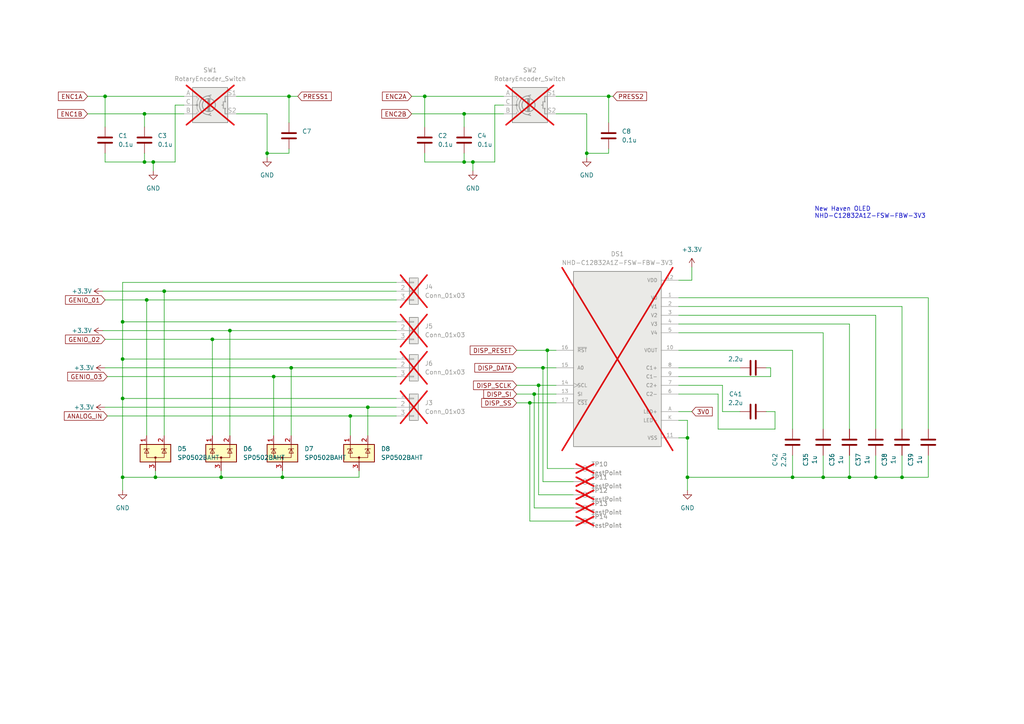
<source format=kicad_sch>
(kicad_sch (version 20231120) (generator "eeschema") (generator_version "8.0")
  (paper "A4")
  (lib_symbols
    (symbol "Connector:TestPoint" (pin_numbers hide) (pin_names (offset 0.762) hide)
      (property "Reference" "TP" (at 0 6.858 0))
      (property "Value" "TestPoint" (at 0 5.08 0))
      (symbol "TestPoint_0_1"
        (circle (center 0 3.302) (radius 0.762))
      )
      (symbol "TestPoint_1_1"
        (pin passive line (at 0 0 90) (length 2.54) (name "1") (number "1"))
      )
    )
    (symbol "Connector_Generic:Conn_01x03" (pin_names (offset 1.016) hide)
      (property "Reference" "J" (at 0 5.08 0))
      (property "Value" "Conn_01x03" (at 0 -5.08 0))
      (symbol "Conn_01x03_1_1"
        (rectangle (start -1.27 -2.413) (end 0 -2.667) (stroke (width 0.1524)))
        (rectangle (start -1.27 0.127) (end 0 -0.127) (stroke (width 0.1524)))
        (rectangle (start -1.27 2.667) (end 0 2.413) (stroke (width 0.1524)))
        (rectangle (start -1.27 3.81) (end 1.27 -3.81) (stroke (width 0.254)) (fill (type background)))
        (pin passive line (at -5.08 2.54 0) (length 3.81) (name "Pin_1") (number "1"))
        (pin passive line (at -5.08 0 0) (length 3.81) (name "Pin_2") (number "2"))
        (pin passive line (at -5.08 -2.54 0) (length 3.81) (name "Pin_3") (number "3"))
      )
    )
    (symbol "Device:C" (pin_numbers hide) (pin_names (offset 0.254))
      (property "Reference" "C" (at 0.635 2.54 0))
      (property "Value" "C" (at 0.635 -2.54 0))
      (symbol "C_0_1"
        (polyline (pts (xy -2.032 -0.762) (xy 2.032 -0.762)) (stroke (width 0.508)))
        (polyline (pts (xy -2.032 0.762) (xy 2.032 0.762)) (stroke (width 0.508)))
      )
      (symbol "C_1_1"
        (pin passive line (at 0 3.81 270) (length 2.794) (name "~") (number "1"))
        (pin passive line (at 0 -3.81 90) (length 2.794) (name "~") (number "2"))
      )
    )
    (symbol "Device:RotaryEncoder_Switch" (pin_names (offset 0.254) hide)
      (property "Reference" "SW" (at 0 6.604 0))
      (property "Value" "RotaryEncoder_Switch" (at 0 -6.604 0))
      (symbol "RotaryEncoder_Switch_0_1"
        (rectangle (start -5.08 5.08) (end 5.08 -5.08) (stroke (width 0.254)) (fill (type background)))
        (circle (center -3.81 0) (radius 0.254) (fill (type outline)))
        (circle (center -0.381 0) (radius 1.905) (stroke (width 0.254)))
        (arc (start -0.381 2.667) (mid -3.0988 -0.0635) (end -0.381 -2.794) (stroke (width 0.254)))
        (polyline (pts (xy -0.635 -1.778) (xy -0.635 1.778)) (stroke (width 0.254)))
        (polyline (pts (xy -0.381 -1.778) (xy -0.381 1.778)) (stroke (width 0.254)))
        (polyline (pts (xy -0.127 1.778) (xy -0.127 -1.778)) (stroke (width 0.254)))
        (polyline (pts (xy 3.81 0) (xy 3.429 0)) (stroke (width 0.254)))
        (polyline (pts (xy 3.81 1.016) (xy 3.81 -1.016)) (stroke (width 0.254)))
        (polyline (pts (xy -5.08 -2.54) (xy -3.81 -2.54) (xy -3.81 -2.032)))
        (polyline (pts (xy -5.08 2.54) (xy -3.81 2.54) (xy -3.81 2.032)))
        (polyline (pts (xy 0.254 -3.048) (xy -0.508 -2.794) (xy 0.127 -2.413)) (stroke (width 0.254)))
        (polyline (pts (xy 0.254 2.921) (xy -0.508 2.667) (xy 0.127 2.286)) (stroke (width 0.254)))
        (polyline (pts (xy 5.08 -2.54) (xy 4.318 -2.54) (xy 4.318 -1.016)) (stroke (width 0.254)))
        (polyline (pts (xy 5.08 2.54) (xy 4.318 2.54) (xy 4.318 1.016)) (stroke (width 0.254)))
        (polyline (pts (xy -5.08 0) (xy -3.81 0) (xy -3.81 -1.016) (xy -3.302 -2.032)))
        (polyline (pts (xy -4.318 0) (xy -3.81 0) (xy -3.81 1.016) (xy -3.302 2.032)))
        (circle (center 4.318 -1.016) (radius 0.127) (stroke (width 0.254)))
        (circle (center 4.318 1.016) (radius 0.127) (stroke (width 0.254)))
      )
      (symbol "RotaryEncoder_Switch_1_1"
        (pin passive line (at -7.62 2.54 0) (length 2.54) (name "A") (number "A"))
        (pin passive line (at -7.62 -2.54 0) (length 2.54) (name "B") (number "B"))
        (pin passive line (at -7.62 0 0) (length 2.54) (name "C") (number "C"))
        (pin passive line (at 7.62 2.54 180) (length 2.54) (name "S1") (number "S1"))
        (pin passive line (at 7.62 -2.54 180) (length 2.54) (name "S2") (number "S2"))
      )
    )
    (symbol "General:NHD-C12832A1Z-FSW-FBW-3V3" (pin_names (offset 1.016))
      (property "Reference" "DS" (at -12.7 26.162 0))
      (property "Value" "NHD-C12832A1Z-FSW-FBW-3V3" (at -12.7 -27.94 0))
      (symbol "NHD-C12832A1Z-FSW-FBW-3V3_0_0"
        (rectangle (start -12.7 -25.4) (end 12.7 25.4) (stroke (width 0.254)) (fill (type background)))
        (pin power_in line (at 17.78 17.78 180) (length 5.08) (name "V0") (number "1"))
        (pin output line (at 17.78 2.54 180) (length 5.08) (name "VOUT") (number "10"))
        (pin power_in line (at 17.78 -22.86 180) (length 5.08) (name "VSS") (number "11"))
        (pin power_in line (at 17.78 22.86 180) (length 5.08) (name "VDD") (number "12"))
        (pin bidirectional line (at -17.78 -10.16 0) (length 5.08) (name "SI") (number "13"))
        (pin input clock (at -17.78 -7.62 0) (length 5.08) (name "SCL") (number "14"))
        (pin input line (at -17.78 -2.54 0) (length 5.08) (name "A0") (number "15"))
        (pin input line (at -17.78 2.54 0) (length 5.08) (name "~{RST}") (number "16"))
        (pin input line (at -17.78 -12.7 0) (length 5.08) (name "~{CS1}") (number "17"))
        (pin power_in line (at 17.78 15.24 180) (length 5.08) (name "V1") (number "2"))
        (pin power_in line (at 17.78 12.7 180) (length 5.08) (name "V2") (number "3"))
        (pin power_in line (at 17.78 10.16 180) (length 5.08) (name "V3") (number "4"))
        (pin power_in line (at 17.78 7.62 180) (length 5.08) (name "V4") (number "5"))
        (pin passive line (at 17.78 -10.16 180) (length 5.08) (name "C2-") (number "6"))
        (pin passive line (at 17.78 -7.62 180) (length 5.08) (name "C2+") (number "7"))
        (pin passive line (at 17.78 -2.54 180) (length 5.08) (name "C1+") (number "8"))
        (pin passive line (at 17.78 -5.08 180) (length 5.08) (name "C1-") (number "9"))
        (pin passive line (at 17.78 -15.24 180) (length 5.08) (name "LED+") (number "A"))
        (pin passive line (at 17.78 -17.78 180) (length 5.08) (name "LED-") (number "K"))
      )
    )
    (symbol "Power_Protection:SP0502BAHT" (pin_names hide)
      (property "Reference" "D" (at 5.715 2.54 0))
      (property "Value" "SP0502BAHT" (at 5.715 0.635 0))
      (symbol "SP0502BAHT_0_0"
        (pin passive line (at 0 -5.08 90) (length 2.54) (name "A") (number "3"))
      )
      (symbol "SP0502BAHT_0_1"
        (rectangle (start -4.445 2.54) (end 4.445 -2.54) (stroke (width 0.254)) (fill (type background)))
        (circle (center 0 -1.27) (radius 0.254) (fill (type outline)))
        (polyline (pts (xy -2.54 2.54) (xy -2.54 1.27)))
        (polyline (pts (xy 0 -1.27) (xy 0 -2.54)))
        (polyline (pts (xy 2.54 2.54) (xy 2.54 1.27)))
        (polyline (pts (xy -3.302 1.016) (xy -3.302 1.27) (xy -1.905 1.27) (xy -1.778 1.27)))
        (polyline (pts (xy -2.54 1.27) (xy -2.54 -1.27) (xy 2.54 -1.27) (xy 2.54 1.27)))
        (polyline (pts (xy -2.54 1.27) (xy -1.905 0) (xy -3.175 0) (xy -2.54 1.27)))
        (polyline (pts (xy 1.778 1.016) (xy 1.778 1.27) (xy 3.175 1.27) (xy 3.302 1.27)))
        (polyline (pts (xy 2.54 1.27) (xy 1.905 0) (xy 3.175 0) (xy 2.54 1.27)))
      )
      (symbol "SP0502BAHT_1_1"
        (pin passive line (at -2.54 5.08 270) (length 2.54) (name "K") (number "1"))
        (pin passive line (at 2.54 5.08 270) (length 2.54) (name "K") (number "2"))
      )
    )
    (symbol "power:+3.3V" (power) (pin_names (offset 0))
      (property "Value" "+3.3V" (at 0 3.556 0))
      (symbol "+3.3V_0_1"
        (polyline (pts (xy -0.762 1.27) (xy 0 2.54)))
        (polyline (pts (xy 0 0) (xy 0 2.54)))
        (polyline (pts (xy 0 2.54) (xy 0.762 1.27)))
      )
      (symbol "+3.3V_1_1"
        (pin power_in line (at 0 0 90) (length 0) hide (name "+3.3V") (number "1"))
      )
    )
    (symbol "power:GND" (power) (pin_names (offset 0))
      (property "Value" "GND" (at 0 -3.81 0))
      (symbol "GND_0_1"
        (polyline (pts (xy 0 0) (xy 0 -1.27) (xy 1.27 -1.27) (xy 0 -2.54) (xy -1.27 -1.27) (xy 0 -1.27)))
      )
      (symbol "GND_1_1"
        (pin power_in line (at 0 0 270) (length 0) hide (name "GND") (number "1"))
      )
    )
  )
  (junction (at 35.56 104.14))
  (junction (at 77.47 44.45))
  (junction (at 41.91 46.99))
  (junction (at 66.675 95.885))
  (junction (at 35.56 93.345))
  (junction (at 156.21 111.76))
  (junction (at 123.19 27.94))
  (junction (at 176.53 27.94))
  (junction (at 45.085 138.43))
  (junction (at 134.62 33.02))
  (junction (at 199.39 138.43))
  (junction (at 30.48 27.94))
  (junction (at 246.38 138.43))
  (junction (at 47.625 84.455))
  (junction (at 83.82 27.94))
  (junction (at 35.56 115.57))
  (junction (at 101.6 120.65))
  (junction (at 64.135 138.43))
  (junction (at 137.16 46.99))
  (junction (at 44.45 46.99))
  (junction (at 154.94 114.3))
  (junction (at 81.915 138.43))
  (junction (at 238.76 138.43))
  (junction (at 229.87 138.43))
  (junction (at 41.91 33.02))
  (junction (at 254 138.43))
  (junction (at 106.68 118.11))
  (junction (at 153.67 116.84))
  (junction (at 35.56 138.43))
  (junction (at 158.75 101.6))
  (junction (at 61.595 98.425))
  (junction (at 199.39 127))
  (junction (at 79.375 109.22))
  (junction (at 134.62 46.99))
  (junction (at 157.48 106.68))
  (junction (at 170.18 44.45))
  (junction (at 84.455 106.68))
  (junction (at 42.545 86.995))
  (junction (at 261.62 138.43))
  (wire (pts (xy 269.24 138.43) (xy 261.62 138.43)))
  (wire (pts (xy 68.58 27.94) (xy 83.82 27.94)))
  (wire (pts (xy 246.38 132.08) (xy 246.38 138.43)))
  (wire (pts (xy 261.62 88.9) (xy 261.62 124.46)))
  (wire (pts (xy 83.82 27.94) (xy 83.82 35.56)))
  (wire (pts (xy 64.135 138.43) (xy 45.085 138.43)))
  (wire (pts (xy 199.39 127) (xy 199.39 138.43)))
  (wire (pts (xy 161.29 33.02) (xy 170.18 33.02)))
  (wire (pts (xy 149.86 111.76) (xy 156.21 111.76)))
  (wire (pts (xy 50.8 30.48) (xy 50.8 46.99)))
  (wire (pts (xy 156.21 111.76) (xy 161.29 111.76)))
  (wire (pts (xy 196.85 121.92) (xy 199.39 121.92)))
  (wire (pts (xy 146.05 30.48) (xy 143.51 30.48)))
  (wire (pts (xy 143.51 30.48) (xy 143.51 46.99)))
  (wire (pts (xy 81.915 136.525) (xy 81.915 138.43)))
  (wire (pts (xy 238.76 96.52) (xy 238.76 124.46)))
  (wire (pts (xy 68.58 33.02) (xy 77.47 33.02)))
  (wire (pts (xy 196.85 86.36) (xy 269.24 86.36)))
  (wire (pts (xy 106.68 118.11) (xy 114.935 118.11)))
  (wire (pts (xy 30.48 27.94) (xy 53.34 27.94)))
  (wire (pts (xy 123.19 27.94) (xy 123.19 36.83)))
  (wire (pts (xy 223.52 106.68) (xy 222.25 106.68)))
  (wire (pts (xy 261.62 138.43) (xy 254 138.43)))
  (wire (pts (xy 64.135 136.525) (xy 64.135 138.43)))
  (wire (pts (xy 41.91 44.45) (xy 41.91 46.99)))
  (wire (pts (xy 77.47 44.45) (xy 77.47 45.72)))
  (wire (pts (xy 83.82 43.18) (xy 83.82 44.45)))
  (wire (pts (xy 143.51 46.99) (xy 137.16 46.99)))
  (wire (pts (xy 196.85 88.9) (xy 261.62 88.9)))
  (wire (pts (xy 41.91 46.99) (xy 44.45 46.99)))
  (wire (pts (xy 30.48 86.995) (xy 42.545 86.995)))
  (wire (pts (xy 254 138.43) (xy 246.38 138.43)))
  (wire (pts (xy 35.56 115.57) (xy 35.56 138.43)))
  (wire (pts (xy 25.4 27.94) (xy 30.48 27.94)))
  (wire (pts (xy 137.16 46.99) (xy 137.16 49.53)))
  (wire (pts (xy 83.82 44.45) (xy 77.47 44.45)))
  (wire (pts (xy 170.18 33.02) (xy 170.18 44.45)))
  (wire (pts (xy 176.53 43.18) (xy 176.53 44.45)))
  (wire (pts (xy 104.14 138.43) (xy 81.915 138.43)))
  (wire (pts (xy 61.595 98.425) (xy 61.595 126.365)))
  (wire (pts (xy 30.48 118.11) (xy 106.68 118.11)))
  (wire (pts (xy 134.62 46.99) (xy 137.16 46.99)))
  (wire (pts (xy 157.48 139.7) (xy 157.48 106.68)))
  (wire (pts (xy 25.4 33.02) (xy 41.91 33.02)))
  (wire (pts (xy 196.85 119.38) (xy 200.66 119.38)))
  (wire (pts (xy 30.48 106.68) (xy 84.455 106.68)))
  (wire (pts (xy 196.85 111.76) (xy 209.55 111.76)))
  (wire (pts (xy 196.85 101.6) (xy 229.87 101.6)))
  (wire (pts (xy 149.86 106.68) (xy 157.48 106.68)))
  (wire (pts (xy 41.91 33.02) (xy 53.34 33.02)))
  (wire (pts (xy 246.38 138.43) (xy 238.76 138.43)))
  (wire (pts (xy 35.56 104.14) (xy 35.56 115.57)))
  (wire (pts (xy 166.37 135.89) (xy 158.75 135.89)))
  (wire (pts (xy 50.8 46.99) (xy 44.45 46.99)))
  (wire (pts (xy 66.675 95.885) (xy 66.675 126.365)))
  (wire (pts (xy 224.79 119.38) (xy 224.79 124.46)))
  (wire (pts (xy 200.66 77.47) (xy 200.66 81.28)))
  (wire (pts (xy 30.48 98.425) (xy 61.595 98.425)))
  (wire (pts (xy 149.86 101.6) (xy 158.75 101.6)))
  (wire (pts (xy 42.545 86.995) (xy 114.935 86.995)))
  (wire (pts (xy 45.085 136.525) (xy 45.085 138.43)))
  (wire (pts (xy 42.545 86.995) (xy 42.545 126.365)))
  (wire (pts (xy 254 132.08) (xy 254 138.43)))
  (wire (pts (xy 123.19 44.45) (xy 123.19 46.99)))
  (wire (pts (xy 101.6 120.65) (xy 101.6 126.365)))
  (wire (pts (xy 84.455 106.68) (xy 84.455 126.365)))
  (wire (pts (xy 35.56 138.43) (xy 35.56 142.24)))
  (wire (pts (xy 223.52 109.22) (xy 223.52 106.68)))
  (wire (pts (xy 196.85 96.52) (xy 238.76 96.52)))
  (wire (pts (xy 47.625 84.455) (xy 47.625 126.365)))
  (wire (pts (xy 101.6 120.65) (xy 114.935 120.65)))
  (wire (pts (xy 53.34 30.48) (xy 50.8 30.48)))
  (wire (pts (xy 31.115 120.65) (xy 101.6 120.65)))
  (wire (pts (xy 79.375 109.22) (xy 79.375 126.365)))
  (wire (pts (xy 229.87 138.43) (xy 199.39 138.43)))
  (wire (pts (xy 161.29 27.94) (xy 176.53 27.94)))
  (wire (pts (xy 166.37 151.13) (xy 153.67 151.13)))
  (wire (pts (xy 30.48 44.45) (xy 30.48 46.99)))
  (wire (pts (xy 35.56 104.14) (xy 114.935 104.14)))
  (wire (pts (xy 47.625 84.455) (xy 114.935 84.455)))
  (wire (pts (xy 154.94 114.3) (xy 161.29 114.3)))
  (wire (pts (xy 104.14 136.525) (xy 104.14 138.43)))
  (wire (pts (xy 149.86 114.3) (xy 154.94 114.3)))
  (wire (pts (xy 83.82 27.94) (xy 86.36 27.94)))
  (wire (pts (xy 134.62 44.45) (xy 134.62 46.99)))
  (wire (pts (xy 224.79 119.38) (xy 222.25 119.38)))
  (wire (pts (xy 238.76 138.43) (xy 229.87 138.43)))
  (wire (pts (xy 84.455 106.68) (xy 114.935 106.68)))
  (wire (pts (xy 119.38 33.02) (xy 134.62 33.02)))
  (wire (pts (xy 209.55 119.38) (xy 214.63 119.38)))
  (wire (pts (xy 208.28 114.3) (xy 208.28 124.46)))
  (wire (pts (xy 106.68 118.11) (xy 106.68 126.365)))
  (wire (pts (xy 157.48 106.68) (xy 161.29 106.68)))
  (wire (pts (xy 166.37 139.7) (xy 157.48 139.7)))
  (wire (pts (xy 66.675 95.885) (xy 114.935 95.885)))
  (wire (pts (xy 196.85 93.98) (xy 246.38 93.98)))
  (wire (pts (xy 35.56 81.915) (xy 35.56 93.345)))
  (wire (pts (xy 196.85 81.28) (xy 200.66 81.28)))
  (wire (pts (xy 176.53 44.45) (xy 170.18 44.45)))
  (wire (pts (xy 44.45 46.99) (xy 44.45 49.53)))
  (wire (pts (xy 123.19 27.94) (xy 146.05 27.94)))
  (wire (pts (xy 29.845 95.885) (xy 66.675 95.885)))
  (wire (pts (xy 81.915 138.43) (xy 64.135 138.43)))
  (wire (pts (xy 238.76 132.08) (xy 238.76 138.43)))
  (wire (pts (xy 79.375 109.22) (xy 114.935 109.22)))
  (wire (pts (xy 196.85 91.44) (xy 254 91.44)))
  (wire (pts (xy 30.48 36.83) (xy 30.48 27.94)))
  (wire (pts (xy 149.86 116.84) (xy 153.67 116.84)))
  (wire (pts (xy 176.53 27.94) (xy 177.8 27.94)))
  (wire (pts (xy 269.24 86.36) (xy 269.24 124.46)))
  (wire (pts (xy 261.62 132.08) (xy 261.62 138.43)))
  (wire (pts (xy 166.37 143.51) (xy 156.21 143.51)))
  (wire (pts (xy 229.87 101.6) (xy 229.87 124.46)))
  (wire (pts (xy 158.75 135.89) (xy 158.75 101.6)))
  (wire (pts (xy 35.56 93.345) (xy 35.56 104.14)))
  (wire (pts (xy 156.21 143.51) (xy 156.21 111.76)))
  (wire (pts (xy 35.56 138.43) (xy 45.085 138.43)))
  (wire (pts (xy 158.75 101.6) (xy 161.29 101.6)))
  (wire (pts (xy 199.39 138.43) (xy 199.39 142.24)))
  (wire (pts (xy 269.24 132.08) (xy 269.24 138.43)))
  (wire (pts (xy 246.38 93.98) (xy 246.38 124.46)))
  (wire (pts (xy 153.67 151.13) (xy 153.67 116.84)))
  (wire (pts (xy 166.37 147.32) (xy 154.94 147.32)))
  (wire (pts (xy 35.56 93.345) (xy 114.935 93.345)))
  (wire (pts (xy 208.28 124.46) (xy 224.79 124.46)))
  (wire (pts (xy 41.91 33.02) (xy 41.91 36.83)))
  (wire (pts (xy 170.18 44.45) (xy 170.18 45.72)))
  (wire (pts (xy 77.47 33.02) (xy 77.47 44.45)))
  (wire (pts (xy 30.48 46.99) (xy 41.91 46.99)))
  (wire (pts (xy 153.67 116.84) (xy 161.29 116.84)))
  (wire (pts (xy 229.87 132.08) (xy 229.87 138.43)))
  (wire (pts (xy 119.38 27.94) (xy 123.19 27.94)))
  (wire (pts (xy 134.62 33.02) (xy 134.62 36.83)))
  (wire (pts (xy 61.595 98.425) (xy 114.935 98.425)))
  (wire (pts (xy 196.85 109.22) (xy 223.52 109.22)))
  (wire (pts (xy 35.56 115.57) (xy 114.935 115.57)))
  (wire (pts (xy 154.94 147.32) (xy 154.94 114.3)))
  (wire (pts (xy 134.62 33.02) (xy 146.05 33.02)))
  (wire (pts (xy 31.115 109.22) (xy 79.375 109.22)))
  (wire (pts (xy 199.39 121.92) (xy 199.39 127)))
  (wire (pts (xy 196.85 127) (xy 199.39 127)))
  (wire (pts (xy 196.85 106.68) (xy 214.63 106.68)))
  (wire (pts (xy 209.55 111.76) (xy 209.55 119.38)))
  (wire (pts (xy 254 91.44) (xy 254 124.46)))
  (wire (pts (xy 29.845 84.455) (xy 47.625 84.455)))
  (wire (pts (xy 196.85 114.3) (xy 208.28 114.3)))
  (wire (pts (xy 123.19 46.99) (xy 134.62 46.99)))
  (wire (pts (xy 114.935 81.915) (xy 35.56 81.915)))
  (wire (pts (xy 176.53 27.94) (xy 176.53 35.56)))
  (text "New Haven OLED\nNHD-C12832A1Z-FSW-FBW-3V3\n" (at 236.22 63.5 0) (effects (font (size 1.27 1.27)) (justify left bottom)))
  (global_label "3V0" (shape input) (at 200.66 119.38 0) (property "Intersheetrefs" "${INTERSHEET_REFS}" (effects (hide yes))))
  (global_label "ENC1B" (shape input) (at 25.4 33.02 180) (property "Intersheetrefs" "${INTERSHEET_REFS}" (effects (hide yes))))
  (global_label "GENIO_02" (shape input) (at 30.48 98.425 180) (property "Intersheetrefs" "${INTERSHEET_REFS}" (effects (hide yes))))
  (global_label "DISP_SS" (shape input) (at 149.86 116.84 180) (property "Intersheetrefs" "${INTERSHEET_REFS}" (effects (hide yes))))
  (global_label "DISP_RESET" (shape input) (at 149.86 101.6 180) (property "Intersheetrefs" "${INTERSHEET_REFS}" (effects (hide yes))))
  (global_label "GENIO_03" (shape input) (at 31.115 109.22 180) (property "Intersheetrefs" "${INTERSHEET_REFS}" (effects (hide yes))))
  (global_label "ENC2B" (shape input) (at 119.38 33.02 180) (property "Intersheetrefs" "${INTERSHEET_REFS}" (effects (hide yes))))
  (global_label "ANALOG_IN" (shape input) (at 31.115 120.65 180) (property "Intersheetrefs" "${INTERSHEET_REFS}" (effects (hide yes))))
  (global_label "DISP_SCLK" (shape input) (at 149.86 111.76 180) (property "Intersheetrefs" "${INTERSHEET_REFS}" (effects (hide yes))))
  (global_label "GENIO_01" (shape input) (at 30.48 86.995 180) (property "Intersheetrefs" "${INTERSHEET_REFS}" (effects (hide yes))))
  (global_label "ENC1A" (shape input) (at 25.4 27.94 180) (property "Intersheetrefs" "${INTERSHEET_REFS}" (effects (hide yes))))
  (global_label "PRESS1" (shape input) (at 86.36 27.94 0) (property "Intersheetrefs" "${INTERSHEET_REFS}" (effects (hide yes))))
  (global_label "ENC2A" (shape input) (at 119.38 27.94 180) (property "Intersheetrefs" "${INTERSHEET_REFS}" (effects (hide yes))))
  (global_label "DISP_SI" (shape input) (at 149.86 114.3 180) (property "Intersheetrefs" "${INTERSHEET_REFS}" (effects (hide yes))))
  (global_label "PRESS2" (shape input) (at 177.8 27.94 0) (property "Intersheetrefs" "${INTERSHEET_REFS}" (effects (hide yes))))
  (global_label "DISP_DATA" (shape input) (at 149.86 106.68 180) (property "Intersheetrefs" "${INTERSHEET_REFS}" (effects (hide yes))))
  (symbol (lib_id "Device:C") (at 41.91 40.64 0) (unit 1)
    (property "Reference" "C3" (at 45.72 39.37 0) (effects (justify left)))
    (property "Value" "0.1u" (at 45.72 41.91 0) (effects (justify left)))
    (property "Footprint" "Capacitor_SMD:C_0402_1005Metric" (effects (hide yes)))
    (property "JLCPCB" "C1525" (effects (hide yes)))
    (instances (project "FlightSimKnobs" (path "" (reference "C3") (unit 1))) (project "FRCMotorTester" (path "" (reference "C30") (unit 1))))
  )
  (symbol (lib_id "Device:C") (at 218.44 106.68 90) (unit 1)
    (property "Reference" "C40" (effects (hide yes)))
    (property "Value" "2.2u" (at 213.36 104.14 90))
    (property "Footprint" "Capacitor_SMD:C_0603_1608Metric" (effects (hide yes)))
    (property "JLCPCB" "C23630" (effects (hide yes)))
  )
  (symbol (lib_id "Connector:TestPoint") (at 166.37 143.51 270) (unit 1) (dnp yes)
    (property "Reference" "TP12" (at 171.45 142.24 90) (effects (justify left)))
    (property "Value" "TestPoint" (at 171.45 144.78 90) (effects (justify left)))
    (property "Footprint" "TestPoint:TestPoint_Pad_D1.0mm" (effects (hide yes)))
  )
  (symbol (lib_id "Device:C") (at 254 128.27 180) (unit 1)
    (property "Reference" "C37" (at 248.92 133.35 90))
    (property "Value" "1u" (at 251.46 133.35 90))
    (property "Footprint" "Capacitor_SMD:C_0402_1005Metric" (effects (hide yes)))
  )
  (symbol (lib_id "Connector_Generic:Conn_01x03") (at 120.015 95.885 0) (unit 1) (dnp yes)
    (property "Reference" "J5" (at 123.19 94.615 0) (effects (justify left)))
    (property "Value" "Conn_01x03" (at 123.19 97.155 0) (effects (justify left)))
    (property "Footprint" "Connector_PinSocket_2.54mm:PinSocket_1x03_P2.54mm_Vertical" (effects (hide yes)))
  )
  (symbol (lib_id "power:GND") (at 77.47 45.72 0) (unit 1)
    (property "Reference" "#PWR05" (effects (hide yes)))
    (property "Value" "GND" (at 77.47 50.8 0))
    (instances (project "FlightSimKnobs" (path "" (reference "#PWR05") (unit 1))) (project "FRCMotorTester" (path "" (reference "#PWR040") (unit 1))))
  )
  (symbol (lib_id "Connector_Generic:Conn_01x03") (at 120.015 118.11 0) (unit 1) (dnp yes)
    (property "Reference" "J3" (at 123.19 116.84 0) (effects (justify left)))
    (property "Value" "Conn_01x03" (at 123.19 119.38 0) (effects (justify left)))
    (property "Footprint" "Connector_PinSocket_2.54mm:PinSocket_1x03_P2.54mm_Vertical" (effects (hide yes)))
  )
  (symbol (lib_id "Power_Protection:SP0502BAHT") (at 64.135 131.445 0) (unit 1)
    (property "Reference" "D6" (at 70.485 130.175 0) (effects (justify left)))
    (property "Value" "SP0502BAHT" (at 70.485 132.715 0) (effects (justify left)))
    (property "Footprint" "Package_TO_SOT_SMD:SOT-23" (effects (hide yes)))
    (property "Datasheet" "http://www.littelfuse.com/~/media/files/littelfuse/technical%20resources/documents/data%20sheets/sp05xxba.pdf" (effects (hide yes)))
    (property "JLCPCB" "C32677" (effects (hide yes)))
  )
  (symbol (lib_id "power:+3.3V") (at 200.66 77.47 0) (unit 1)
    (property "Reference" "#PWR044" (effects (hide yes)))
    (property "Value" "+3.3V" (at 200.66 72.39 0))
  )
  (symbol (lib_id "power:GND") (at 199.39 142.24 0) (unit 1)
    (property "Reference" "#PWR045" (effects (hide yes)))
    (property "Value" "GND" (at 199.39 147.32 0))
  )
  (symbol (lib_id "Connector:TestPoint") (at 166.37 139.7 270) (unit 1) (dnp yes)
    (property "Reference" "TP11" (at 171.45 138.43 90) (effects (justify left)))
    (property "Value" "TestPoint" (at 171.45 140.97 90) (effects (justify left)))
    (property "Footprint" "TestPoint:TestPoint_Pad_D1.0mm" (effects (hide yes)))
  )
  (symbol (lib_id "Device:C") (at 176.53 39.37 0) (unit 1)
    (property "Reference" "C8" (at 180.34 38.1 0) (effects (justify left)))
    (property "Value" "0.1u" (at 180.34 40.64 0) (effects (justify left)))
    (property "Footprint" "Capacitor_SMD:C_0402_1005Metric" (effects (hide yes)))
    (property "JLCPCB" "C1525" (effects (hide yes)))
    (instances (project "FlightSimKnobs" (path "" (reference "C8") (unit 1))) (project "FRCMotorTester" (path "" (reference "C34") (unit 1))))
  )
  (symbol (lib_id "power:+3.3V") (at 30.48 118.11 90) (unit 1)
    (property "Reference" "#PWR046" (effects (hide yes)))
    (property "Value" "+3.3V" (at 27.305 118.11 90) (effects (justify left)))
  )
  (symbol (lib_id "Device:C") (at 30.48 40.64 0) (unit 1)
    (property "Reference" "C1" (at 34.29 39.37 0) (effects (justify left)))
    (property "Value" "0.1u" (at 34.29 41.91 0) (effects (justify left)))
    (property "Footprint" "Capacitor_SMD:C_0402_1005Metric" (effects (hide yes)))
    (property "JLCPCB" "C1525" (effects (hide yes)))
    (instances (project "FlightSimKnobs" (path "" (reference "C1") (unit 1))) (project "FRCMotorTester" (path "" (reference "C29") (unit 1))))
  )
  (symbol (lib_id "Power_Protection:SP0502BAHT") (at 45.085 131.445 0) (unit 1)
    (property "Reference" "D5" (at 51.435 130.175 0) (effects (justify left)))
    (property "Value" "SP0502BAHT" (at 51.435 132.715 0) (effects (justify left)))
    (property "Footprint" "Package_TO_SOT_SMD:SOT-23" (effects (hide yes)))
    (property "Datasheet" "http://www.littelfuse.com/~/media/files/littelfuse/technical%20resources/documents/data%20sheets/sp05xxba.pdf" (effects (hide yes)))
    (property "JLCPCB" "C32677" (effects (hide yes)))
  )
  (symbol (lib_id "Device:C") (at 134.62 40.64 0) (unit 1)
    (property "Reference" "C4" (at 138.43 39.37 0) (effects (justify left)))
    (property "Value" "0.1u" (at 138.43 41.91 0) (effects (justify left)))
    (property "Footprint" "Capacitor_SMD:C_0402_1005Metric" (effects (hide yes)))
    (property "JLCPCB" "C1525" (effects (hide yes)))
    (instances (project "FlightSimKnobs" (path "" (reference "C4") (unit 1))) (project "FRCMotorTester" (path "" (reference "C33") (unit 1))))
  )
  (symbol (lib_id "power:GND") (at 170.18 45.72 0) (unit 1)
    (property "Reference" "#PWR06" (effects (hide yes)))
    (property "Value" "GND" (at 170.18 50.8 0))
    (instances (project "FlightSimKnobs" (path "" (reference "#PWR06") (unit 1))) (project "FRCMotorTester" (path "" (reference "#PWR042") (unit 1))))
  )
  (symbol (lib_id "Device:C") (at 238.76 128.27 180) (unit 1)
    (property "Reference" "C35" (at 233.68 133.35 90))
    (property "Value" "1u" (at 236.22 133.35 90))
    (property "Footprint" "Capacitor_SMD:C_0402_1005Metric" (effects (hide yes)))
  )
  (symbol (lib_id "Device:C") (at 218.44 119.38 90) (unit 1)
    (property "Reference" "C41" (at 213.36 114.3 90))
    (property "Value" "2.2u" (at 213.36 116.84 90))
    (property "Footprint" "Capacitor_SMD:C_0603_1608Metric" (effects (hide yes)))
    (property "JLCPCB" "C23630" (effects (hide yes)))
  )
  (symbol (lib_id "Connector:TestPoint") (at 166.37 151.13 270) (unit 1) (dnp yes)
    (property "Reference" "TP14" (at 171.45 149.86 90) (effects (justify left)))
    (property "Value" "TestPoint" (at 171.45 152.4 90) (effects (justify left)))
    (property "Footprint" "TestPoint:TestPoint_Pad_D1.0mm" (effects (hide yes)))
  )
  (symbol (lib_id "Device:RotaryEncoder_Switch") (at 60.96 30.48 0) (unit 1) (dnp yes)
    (property "Reference" "SW1" (at 60.96 20.32 0))
    (property "Value" "RotaryEncoder_Switch" (at 60.96 22.86 0))
    (property "Footprint" "Rotary_Encoder:RotaryEncoder_Alps_EC11E-Switch_Vertical_H20mm" (effects (hide yes)))
    (property "Digikey" "987-1195-ND" (effects (hide yes)))
    (instances (project "FlightSimKnobs" (path "" (reference "SW1") (unit 1))) (project "FRCMotorTester" (path "" (reference "SW2") (unit 1))))
  )
  (symbol (lib_id "power:GND") (at 44.45 49.53 0) (unit 1)
    (property "Reference" "#PWR03" (effects (hide yes)))
    (property "Value" "GND" (at 44.45 54.61 0))
    (instances (project "FlightSimKnobs" (path "" (reference "#PWR03") (unit 1))) (project "FRCMotorTester" (path "" (reference "#PWR039") (unit 1))))
  )
  (symbol (lib_id "Power_Protection:SP0502BAHT") (at 81.915 131.445 0) (unit 1)
    (property "Reference" "D7" (at 88.265 130.175 0) (effects (justify left)))
    (property "Value" "SP0502BAHT" (at 88.265 132.715 0) (effects (justify left)))
    (property "Footprint" "Package_TO_SOT_SMD:SOT-23" (effects (hide yes)))
    (property "Datasheet" "http://www.littelfuse.com/~/media/files/littelfuse/technical%20resources/documents/data%20sheets/sp05xxba.pdf" (effects (hide yes)))
    (property "JLCPCB" "C32677" (effects (hide yes)))
  )
  (symbol (lib_id "power:+3.3V") (at 29.845 95.885 90) (unit 1)
    (property "Reference" "#PWR048" (effects (hide yes)))
    (property "Value" "+3.3V" (at 26.67 95.885 90) (effects (justify left)))
  )
  (symbol (lib_id "Device:C") (at 83.82 39.37 0) (unit 1)
    (property "Reference" "C7" (at 87.63 38.1 0) (effects (justify left)))
    (property "Value" "0.1u" (effects (hide yes)))
    (property "Footprint" "Capacitor_SMD:C_0402_1005Metric" (effects (hide yes)))
    (property "JLCPCB" "C1525" (effects (hide yes)))
    (instances (project "FlightSimKnobs" (path "" (reference "C7") (unit 1))) (project "FRCMotorTester" (path "" (reference "C31") (unit 1))))
  )
  (symbol (lib_id "power:+3.3V") (at 29.845 84.455 90) (unit 1)
    (property "Reference" "#PWR047" (effects (hide yes)))
    (property "Value" "+3.3V" (at 26.67 84.455 90) (effects (justify left)))
  )
  (symbol (lib_id "Device:C") (at 123.19 40.64 0) (unit 1)
    (property "Reference" "C2" (at 127 39.37 0) (effects (justify left)))
    (property "Value" "0.1u" (at 127 41.91 0) (effects (justify left)))
    (property "Footprint" "Capacitor_SMD:C_0402_1005Metric" (effects (hide yes)))
    (property "JLCPCB" "C1525" (effects (hide yes)))
    (instances (project "FlightSimKnobs" (path "" (reference "C2") (unit 1))) (project "FRCMotorTester" (path "" (reference "C32") (unit 1))))
  )
  (symbol (lib_id "Connector:TestPoint") (at 166.37 147.32 270) (unit 1) (dnp yes)
    (property "Reference" "TP13" (at 171.45 146.05 90) (effects (justify left)))
    (property "Value" "TestPoint" (at 171.45 148.59 90) (effects (justify left)))
    (property "Footprint" "TestPoint:TestPoint_Pad_D1.0mm" (effects (hide yes)))
  )
  (symbol (lib_id "power:GND") (at 35.56 142.24 0) (unit 1)
    (property "Reference" "#PWR050" (effects (hide yes)))
    (property "Value" "GND" (at 35.56 147.32 0))
  )
  (symbol (lib_id "power:GND") (at 137.16 49.53 0) (unit 1)
    (property "Reference" "#PWR04" (effects (hide yes)))
    (property "Value" "GND" (at 137.16 54.61 0))
    (instances (project "FlightSimKnobs" (path "" (reference "#PWR04") (unit 1))) (project "FRCMotorTester" (path "" (reference "#PWR041") (unit 1))))
  )
  (symbol (lib_id "Device:RotaryEncoder_Switch") (at 153.67 30.48 0) (unit 1) (dnp yes)
    (property "Reference" "SW2" (at 153.67 20.32 0))
    (property "Value" "RotaryEncoder_Switch" (at 153.67 22.86 0))
    (property "Footprint" "Rotary_Encoder:RotaryEncoder_Alps_EC11E-Switch_Vertical_H20mm" (effects (hide yes)))
    (property "Digikey" "987-1195-ND" (effects (hide yes)))
    (instances (project "FlightSimKnobs" (path "" (reference "SW2") (unit 1))) (project "FRCMotorTester" (path "" (reference "SW3") (unit 1))))
  )
  (symbol (lib_id "Device:C") (at 261.62 128.27 180) (unit 1)
    (property "Reference" "C38" (at 256.54 133.35 90))
    (property "Value" "1u" (at 259.08 133.35 90))
    (property "Footprint" "Capacitor_SMD:C_0402_1005Metric" (effects (hide yes)))
  )
  (symbol (lib_id "Device:C") (at 246.38 128.27 180) (unit 1)
    (property "Reference" "C36" (at 241.3 133.35 90))
    (property "Value" "1u" (at 243.84 133.35 90))
    (property "Footprint" "Capacitor_SMD:C_0402_1005Metric" (effects (hide yes)))
  )
  (symbol (lib_id "Connector:TestPoint") (at 166.37 135.89 270) (unit 1) (dnp yes)
    (property "Reference" "TP10" (at 171.45 134.62 90) (effects (justify left)))
    (property "Value" "TestPoint" (at 171.45 137.16 90) (effects (justify left)))
    (property "Footprint" "TestPoint:TestPoint_Pad_D1.0mm" (effects (hide yes)))
  )
  (symbol (lib_id "Device:C") (at 229.87 128.27 180) (unit 1)
    (property "Reference" "C42" (at 224.79 133.35 90))
    (property "Value" "2.2u" (at 227.33 133.35 90))
    (property "Footprint" "Capacitor_SMD:C_0603_1608Metric" (effects (hide yes)))
    (property "JLCPCB" "C23630" (effects (hide yes)))
  )
  (symbol (lib_id "Connector_Generic:Conn_01x03") (at 120.015 106.68 0) (unit 1) (dnp yes)
    (property "Reference" "J6" (at 123.19 105.41 0) (effects (justify left)))
    (property "Value" "Conn_01x03" (at 123.19 107.95 0) (effects (justify left)))
    (property "Footprint" "Connector_PinSocket_2.54mm:PinSocket_1x03_P2.54mm_Vertical" (effects (hide yes)))
  )
  (symbol (lib_id "Power_Protection:SP0502BAHT") (at 104.14 131.445 0) (unit 1)
    (property "Reference" "D8" (at 110.49 130.175 0) (effects (justify left)))
    (property "Value" "SP0502BAHT" (at 110.49 132.715 0) (effects (justify left)))
    (property "Footprint" "Package_TO_SOT_SMD:SOT-23" (effects (hide yes)))
    (property "Datasheet" "http://www.littelfuse.com/~/media/files/littelfuse/technical%20resources/documents/data%20sheets/sp05xxba.pdf" (effects (hide yes)))
    (property "JLCPCB" "C32677" (effects (hide yes)))
  )
  (symbol (lib_id "Device:C") (at 269.24 128.27 180) (unit 1)
    (property "Reference" "C39" (at 264.16 133.35 90))
    (property "Value" "1u" (at 266.7 133.35 90))
    (property "Footprint" "Capacitor_SMD:C_0402_1005Metric" (effects (hide yes)))
  )
  (symbol (lib_id "General:NHD-C12832A1Z-FSW-FBW-3V3") (at 179.07 104.14 0) (unit 1) (dnp yes)
    (property "Reference" "DS1" (at 179.07 73.66 0))
    (property "Value" "NHD-C12832A1Z-FSW-FBW-3V3" (at 179.07 76.2 0))
    (property "Footprint" "footprints:LCD_NHD-C12832A1Z-FSW-FBW-3V3" (effects (hide yes)))
    (property "PARTREV" "7" (effects (hide yes)))
    (property "MANUFACTURER" "Newhaven" (effects (hide yes)))
    (property "MAXIMUM_PACKAGE_HEIGHT" "4.3 mm" (effects (hide yes)))
    (property "STANDARD" "Manufacturer Recommendations" (effects (hide yes)))
  )
  (symbol (lib_id "Connector_Generic:Conn_01x03") (at 120.015 84.455 0) (unit 1) (dnp yes)
    (property "Reference" "J4" (at 123.19 83.185 0) (effects (justify left)))
    (property "Value" "Conn_01x03" (at 123.19 85.725 0) (effects (justify left)))
    (property "Footprint" "Connector_PinSocket_2.54mm:PinSocket_1x03_P2.54mm_Vertical" (effects (hide yes)))
  )
  (symbol (lib_id "power:+3.3V") (at 30.48 106.68 90) (unit 1)
    (property "Reference" "#PWR049" (effects (hide yes)))
    (property "Value" "+3.3V" (at 27.305 106.68 90) (effects (justify left)))
  )
)
</source>
